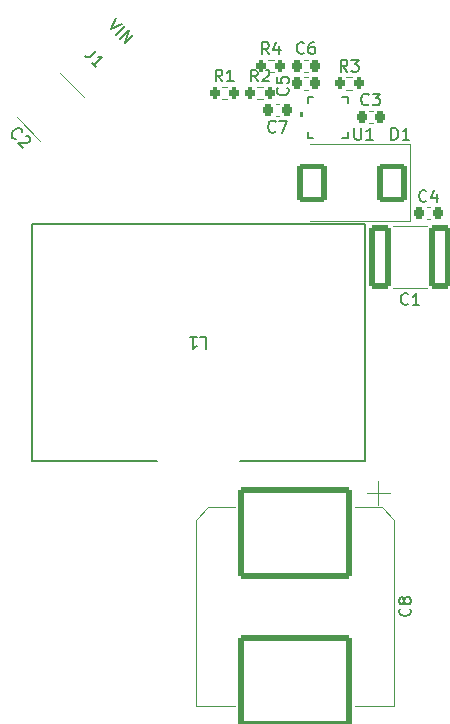
<source format=gto>
G04 #@! TF.GenerationSoftware,KiCad,Pcbnew,8.0.1*
G04 #@! TF.CreationDate,2024-05-01T12:53:58+08:00*
G04 #@! TF.ProjectId,BatteryPod,42617474-6572-4795-906f-642e6b696361,rev?*
G04 #@! TF.SameCoordinates,Original*
G04 #@! TF.FileFunction,Legend,Top*
G04 #@! TF.FilePolarity,Positive*
%FSLAX46Y46*%
G04 Gerber Fmt 4.6, Leading zero omitted, Abs format (unit mm)*
G04 Created by KiCad (PCBNEW 8.0.1) date 2024-05-01 12:53:58*
%MOMM*%
%LPD*%
G01*
G04 APERTURE LIST*
G04 Aperture macros list*
%AMRoundRect*
0 Rectangle with rounded corners*
0 $1 Rounding radius*
0 $2 $3 $4 $5 $6 $7 $8 $9 X,Y pos of 4 corners*
0 Add a 4 corners polygon primitive as box body*
4,1,4,$2,$3,$4,$5,$6,$7,$8,$9,$2,$3,0*
0 Add four circle primitives for the rounded corners*
1,1,$1+$1,$2,$3*
1,1,$1+$1,$4,$5*
1,1,$1+$1,$6,$7*
1,1,$1+$1,$8,$9*
0 Add four rect primitives between the rounded corners*
20,1,$1+$1,$2,$3,$4,$5,0*
20,1,$1+$1,$4,$5,$6,$7,0*
20,1,$1+$1,$6,$7,$8,$9,0*
20,1,$1+$1,$8,$9,$2,$3,0*%
G04 Aperture macros list end*
%ADD10C,0.150000*%
%ADD11C,0.120000*%
%ADD12C,0.152400*%
%ADD13C,0.000000*%
%ADD14RoundRect,0.249998X-4.550002X3.650002X-4.550002X-3.650002X4.550002X-3.650002X4.550002X3.650002X0*%
%ADD15R,0.812800X0.254000*%
%ADD16R,0.254000X0.812800*%
%ADD17R,1.752600X1.752600*%
%ADD18R,5.334000X5.588000*%
%ADD19R,6.350000X5.283200*%
%ADD20RoundRect,0.250000X2.192031X1.272792X1.272792X2.192031X-2.192031X-1.272792X-1.272792X-2.192031X0*%
%ADD21RoundRect,0.250000X-0.650000X-2.450000X0.650000X-2.450000X0.650000X2.450000X-0.650000X2.450000X0*%
%ADD22C,3.900000*%
%ADD23RoundRect,0.250002X2.404160X0.000000X0.000000X2.404160X-2.404160X0.000000X0.000000X-2.404160X0*%
%ADD24RoundRect,0.200000X-0.200000X-0.275000X0.200000X-0.275000X0.200000X0.275000X-0.200000X0.275000X0*%
%ADD25RoundRect,0.200000X0.200000X0.275000X-0.200000X0.275000X-0.200000X-0.275000X0.200000X-0.275000X0*%
%ADD26RoundRect,0.225000X0.225000X0.250000X-0.225000X0.250000X-0.225000X-0.250000X0.225000X-0.250000X0*%
%ADD27RoundRect,0.225000X-0.225000X-0.250000X0.225000X-0.250000X0.225000X0.250000X-0.225000X0.250000X0*%
%ADD28RoundRect,0.250000X-1.000000X1.400000X-1.000000X-1.400000X1.000000X-1.400000X1.000000X1.400000X0*%
G04 APERTURE END LIST*
D10*
X121909580Y-125866666D02*
X121957200Y-125914285D01*
X121957200Y-125914285D02*
X122004819Y-126057142D01*
X122004819Y-126057142D02*
X122004819Y-126152380D01*
X122004819Y-126152380D02*
X121957200Y-126295237D01*
X121957200Y-126295237D02*
X121861961Y-126390475D01*
X121861961Y-126390475D02*
X121766723Y-126438094D01*
X121766723Y-126438094D02*
X121576247Y-126485713D01*
X121576247Y-126485713D02*
X121433390Y-126485713D01*
X121433390Y-126485713D02*
X121242914Y-126438094D01*
X121242914Y-126438094D02*
X121147676Y-126390475D01*
X121147676Y-126390475D02*
X121052438Y-126295237D01*
X121052438Y-126295237D02*
X121004819Y-126152380D01*
X121004819Y-126152380D02*
X121004819Y-126057142D01*
X121004819Y-126057142D02*
X121052438Y-125914285D01*
X121052438Y-125914285D02*
X121100057Y-125866666D01*
X121433390Y-125295237D02*
X121385771Y-125390475D01*
X121385771Y-125390475D02*
X121338152Y-125438094D01*
X121338152Y-125438094D02*
X121242914Y-125485713D01*
X121242914Y-125485713D02*
X121195295Y-125485713D01*
X121195295Y-125485713D02*
X121100057Y-125438094D01*
X121100057Y-125438094D02*
X121052438Y-125390475D01*
X121052438Y-125390475D02*
X121004819Y-125295237D01*
X121004819Y-125295237D02*
X121004819Y-125104761D01*
X121004819Y-125104761D02*
X121052438Y-125009523D01*
X121052438Y-125009523D02*
X121100057Y-124961904D01*
X121100057Y-124961904D02*
X121195295Y-124914285D01*
X121195295Y-124914285D02*
X121242914Y-124914285D01*
X121242914Y-124914285D02*
X121338152Y-124961904D01*
X121338152Y-124961904D02*
X121385771Y-125009523D01*
X121385771Y-125009523D02*
X121433390Y-125104761D01*
X121433390Y-125104761D02*
X121433390Y-125295237D01*
X121433390Y-125295237D02*
X121481009Y-125390475D01*
X121481009Y-125390475D02*
X121528628Y-125438094D01*
X121528628Y-125438094D02*
X121623866Y-125485713D01*
X121623866Y-125485713D02*
X121814342Y-125485713D01*
X121814342Y-125485713D02*
X121909580Y-125438094D01*
X121909580Y-125438094D02*
X121957200Y-125390475D01*
X121957200Y-125390475D02*
X122004819Y-125295237D01*
X122004819Y-125295237D02*
X122004819Y-125104761D01*
X122004819Y-125104761D02*
X121957200Y-125009523D01*
X121957200Y-125009523D02*
X121909580Y-124961904D01*
X121909580Y-124961904D02*
X121814342Y-124914285D01*
X121814342Y-124914285D02*
X121623866Y-124914285D01*
X121623866Y-124914285D02*
X121528628Y-124961904D01*
X121528628Y-124961904D02*
X121481009Y-125009523D01*
X121481009Y-125009523D02*
X121433390Y-125104761D01*
X117238095Y-85154819D02*
X117238095Y-85964342D01*
X117238095Y-85964342D02*
X117285714Y-86059580D01*
X117285714Y-86059580D02*
X117333333Y-86107200D01*
X117333333Y-86107200D02*
X117428571Y-86154819D01*
X117428571Y-86154819D02*
X117619047Y-86154819D01*
X117619047Y-86154819D02*
X117714285Y-86107200D01*
X117714285Y-86107200D02*
X117761904Y-86059580D01*
X117761904Y-86059580D02*
X117809523Y-85964342D01*
X117809523Y-85964342D02*
X117809523Y-85154819D01*
X118809523Y-86154819D02*
X118238095Y-86154819D01*
X118523809Y-86154819D02*
X118523809Y-85154819D01*
X118523809Y-85154819D02*
X118428571Y-85297676D01*
X118428571Y-85297676D02*
X118333333Y-85392914D01*
X118333333Y-85392914D02*
X118238095Y-85440533D01*
X104166666Y-102900181D02*
X104642856Y-102900181D01*
X104642856Y-102900181D02*
X104642856Y-103900181D01*
X103309523Y-102900181D02*
X103880951Y-102900181D01*
X103595237Y-102900181D02*
X103595237Y-103900181D01*
X103595237Y-103900181D02*
X103690475Y-103757324D01*
X103690475Y-103757324D02*
X103785713Y-103662086D01*
X103785713Y-103662086D02*
X103880951Y-103614467D01*
X88546947Y-86117351D02*
X88479603Y-86117351D01*
X88479603Y-86117351D02*
X88344916Y-86050007D01*
X88344916Y-86050007D02*
X88277573Y-85982664D01*
X88277573Y-85982664D02*
X88210229Y-85847977D01*
X88210229Y-85847977D02*
X88210229Y-85713290D01*
X88210229Y-85713290D02*
X88243901Y-85612275D01*
X88243901Y-85612275D02*
X88344916Y-85443916D01*
X88344916Y-85443916D02*
X88445931Y-85342901D01*
X88445931Y-85342901D02*
X88614290Y-85241885D01*
X88614290Y-85241885D02*
X88715305Y-85208214D01*
X88715305Y-85208214D02*
X88849992Y-85208214D01*
X88849992Y-85208214D02*
X88984679Y-85275557D01*
X88984679Y-85275557D02*
X89052023Y-85342901D01*
X89052023Y-85342901D02*
X89119366Y-85477588D01*
X89119366Y-85477588D02*
X89119366Y-85544931D01*
X89388740Y-85814305D02*
X89456084Y-85814305D01*
X89456084Y-85814305D02*
X89557099Y-85847977D01*
X89557099Y-85847977D02*
X89725458Y-86016336D01*
X89725458Y-86016336D02*
X89759130Y-86117351D01*
X89759130Y-86117351D02*
X89759130Y-86184694D01*
X89759130Y-86184694D02*
X89725458Y-86285710D01*
X89725458Y-86285710D02*
X89658114Y-86353053D01*
X89658114Y-86353053D02*
X89523427Y-86420397D01*
X89523427Y-86420397D02*
X88715305Y-86420397D01*
X88715305Y-86420397D02*
X89153038Y-86858129D01*
X121783333Y-100059580D02*
X121735714Y-100107200D01*
X121735714Y-100107200D02*
X121592857Y-100154819D01*
X121592857Y-100154819D02*
X121497619Y-100154819D01*
X121497619Y-100154819D02*
X121354762Y-100107200D01*
X121354762Y-100107200D02*
X121259524Y-100011961D01*
X121259524Y-100011961D02*
X121211905Y-99916723D01*
X121211905Y-99916723D02*
X121164286Y-99726247D01*
X121164286Y-99726247D02*
X121164286Y-99583390D01*
X121164286Y-99583390D02*
X121211905Y-99392914D01*
X121211905Y-99392914D02*
X121259524Y-99297676D01*
X121259524Y-99297676D02*
X121354762Y-99202438D01*
X121354762Y-99202438D02*
X121497619Y-99154819D01*
X121497619Y-99154819D02*
X121592857Y-99154819D01*
X121592857Y-99154819D02*
X121735714Y-99202438D01*
X121735714Y-99202438D02*
X121783333Y-99250057D01*
X122735714Y-100154819D02*
X122164286Y-100154819D01*
X122450000Y-100154819D02*
X122450000Y-99154819D01*
X122450000Y-99154819D02*
X122354762Y-99297676D01*
X122354762Y-99297676D02*
X122259524Y-99392914D01*
X122259524Y-99392914D02*
X122164286Y-99440533D01*
X95392081Y-78621079D02*
X94887005Y-79126155D01*
X94887005Y-79126155D02*
X94752318Y-79193499D01*
X94752318Y-79193499D02*
X94617631Y-79193499D01*
X94617631Y-79193499D02*
X94482944Y-79126155D01*
X94482944Y-79126155D02*
X94415600Y-79058812D01*
X95392081Y-80035293D02*
X94988020Y-79631232D01*
X95190051Y-79833262D02*
X95897158Y-79126155D01*
X95897158Y-79126155D02*
X95728799Y-79159827D01*
X95728799Y-79159827D02*
X95594112Y-79159827D01*
X95594112Y-79159827D02*
X95493097Y-79126155D01*
X97080720Y-75854945D02*
X96609316Y-76797754D01*
X96609316Y-76797754D02*
X97552125Y-76326350D01*
X97080721Y-77269159D02*
X97787827Y-76562052D01*
X97417438Y-77605876D02*
X98124545Y-76898769D01*
X98124545Y-76898769D02*
X97821499Y-78009937D01*
X97821499Y-78009937D02*
X98528606Y-77302830D01*
X109983333Y-78924819D02*
X109650000Y-78448628D01*
X109411905Y-78924819D02*
X109411905Y-77924819D01*
X109411905Y-77924819D02*
X109792857Y-77924819D01*
X109792857Y-77924819D02*
X109888095Y-77972438D01*
X109888095Y-77972438D02*
X109935714Y-78020057D01*
X109935714Y-78020057D02*
X109983333Y-78115295D01*
X109983333Y-78115295D02*
X109983333Y-78258152D01*
X109983333Y-78258152D02*
X109935714Y-78353390D01*
X109935714Y-78353390D02*
X109888095Y-78401009D01*
X109888095Y-78401009D02*
X109792857Y-78448628D01*
X109792857Y-78448628D02*
X109411905Y-78448628D01*
X110840476Y-78258152D02*
X110840476Y-78924819D01*
X110602381Y-77877200D02*
X110364286Y-78591485D01*
X110364286Y-78591485D02*
X110983333Y-78591485D01*
X116633333Y-80404819D02*
X116300000Y-79928628D01*
X116061905Y-80404819D02*
X116061905Y-79404819D01*
X116061905Y-79404819D02*
X116442857Y-79404819D01*
X116442857Y-79404819D02*
X116538095Y-79452438D01*
X116538095Y-79452438D02*
X116585714Y-79500057D01*
X116585714Y-79500057D02*
X116633333Y-79595295D01*
X116633333Y-79595295D02*
X116633333Y-79738152D01*
X116633333Y-79738152D02*
X116585714Y-79833390D01*
X116585714Y-79833390D02*
X116538095Y-79881009D01*
X116538095Y-79881009D02*
X116442857Y-79928628D01*
X116442857Y-79928628D02*
X116061905Y-79928628D01*
X116966667Y-79404819D02*
X117585714Y-79404819D01*
X117585714Y-79404819D02*
X117252381Y-79785771D01*
X117252381Y-79785771D02*
X117395238Y-79785771D01*
X117395238Y-79785771D02*
X117490476Y-79833390D01*
X117490476Y-79833390D02*
X117538095Y-79881009D01*
X117538095Y-79881009D02*
X117585714Y-79976247D01*
X117585714Y-79976247D02*
X117585714Y-80214342D01*
X117585714Y-80214342D02*
X117538095Y-80309580D01*
X117538095Y-80309580D02*
X117490476Y-80357200D01*
X117490476Y-80357200D02*
X117395238Y-80404819D01*
X117395238Y-80404819D02*
X117109524Y-80404819D01*
X117109524Y-80404819D02*
X117014286Y-80357200D01*
X117014286Y-80357200D02*
X116966667Y-80309580D01*
X110558333Y-85464580D02*
X110510714Y-85512200D01*
X110510714Y-85512200D02*
X110367857Y-85559819D01*
X110367857Y-85559819D02*
X110272619Y-85559819D01*
X110272619Y-85559819D02*
X110129762Y-85512200D01*
X110129762Y-85512200D02*
X110034524Y-85416961D01*
X110034524Y-85416961D02*
X109986905Y-85321723D01*
X109986905Y-85321723D02*
X109939286Y-85131247D01*
X109939286Y-85131247D02*
X109939286Y-84988390D01*
X109939286Y-84988390D02*
X109986905Y-84797914D01*
X109986905Y-84797914D02*
X110034524Y-84702676D01*
X110034524Y-84702676D02*
X110129762Y-84607438D01*
X110129762Y-84607438D02*
X110272619Y-84559819D01*
X110272619Y-84559819D02*
X110367857Y-84559819D01*
X110367857Y-84559819D02*
X110510714Y-84607438D01*
X110510714Y-84607438D02*
X110558333Y-84655057D01*
X110891667Y-84559819D02*
X111558333Y-84559819D01*
X111558333Y-84559819D02*
X111129762Y-85559819D01*
X112958333Y-78809580D02*
X112910714Y-78857200D01*
X112910714Y-78857200D02*
X112767857Y-78904819D01*
X112767857Y-78904819D02*
X112672619Y-78904819D01*
X112672619Y-78904819D02*
X112529762Y-78857200D01*
X112529762Y-78857200D02*
X112434524Y-78761961D01*
X112434524Y-78761961D02*
X112386905Y-78666723D01*
X112386905Y-78666723D02*
X112339286Y-78476247D01*
X112339286Y-78476247D02*
X112339286Y-78333390D01*
X112339286Y-78333390D02*
X112386905Y-78142914D01*
X112386905Y-78142914D02*
X112434524Y-78047676D01*
X112434524Y-78047676D02*
X112529762Y-77952438D01*
X112529762Y-77952438D02*
X112672619Y-77904819D01*
X112672619Y-77904819D02*
X112767857Y-77904819D01*
X112767857Y-77904819D02*
X112910714Y-77952438D01*
X112910714Y-77952438D02*
X112958333Y-78000057D01*
X113815476Y-77904819D02*
X113625000Y-77904819D01*
X113625000Y-77904819D02*
X113529762Y-77952438D01*
X113529762Y-77952438D02*
X113482143Y-78000057D01*
X113482143Y-78000057D02*
X113386905Y-78142914D01*
X113386905Y-78142914D02*
X113339286Y-78333390D01*
X113339286Y-78333390D02*
X113339286Y-78714342D01*
X113339286Y-78714342D02*
X113386905Y-78809580D01*
X113386905Y-78809580D02*
X113434524Y-78857200D01*
X113434524Y-78857200D02*
X113529762Y-78904819D01*
X113529762Y-78904819D02*
X113720238Y-78904819D01*
X113720238Y-78904819D02*
X113815476Y-78857200D01*
X113815476Y-78857200D02*
X113863095Y-78809580D01*
X113863095Y-78809580D02*
X113910714Y-78714342D01*
X113910714Y-78714342D02*
X113910714Y-78476247D01*
X113910714Y-78476247D02*
X113863095Y-78381009D01*
X113863095Y-78381009D02*
X113815476Y-78333390D01*
X113815476Y-78333390D02*
X113720238Y-78285771D01*
X113720238Y-78285771D02*
X113529762Y-78285771D01*
X113529762Y-78285771D02*
X113434524Y-78333390D01*
X113434524Y-78333390D02*
X113386905Y-78381009D01*
X113386905Y-78381009D02*
X113339286Y-78476247D01*
X111559580Y-81766666D02*
X111607200Y-81814285D01*
X111607200Y-81814285D02*
X111654819Y-81957142D01*
X111654819Y-81957142D02*
X111654819Y-82052380D01*
X111654819Y-82052380D02*
X111607200Y-82195237D01*
X111607200Y-82195237D02*
X111511961Y-82290475D01*
X111511961Y-82290475D02*
X111416723Y-82338094D01*
X111416723Y-82338094D02*
X111226247Y-82385713D01*
X111226247Y-82385713D02*
X111083390Y-82385713D01*
X111083390Y-82385713D02*
X110892914Y-82338094D01*
X110892914Y-82338094D02*
X110797676Y-82290475D01*
X110797676Y-82290475D02*
X110702438Y-82195237D01*
X110702438Y-82195237D02*
X110654819Y-82052380D01*
X110654819Y-82052380D02*
X110654819Y-81957142D01*
X110654819Y-81957142D02*
X110702438Y-81814285D01*
X110702438Y-81814285D02*
X110750057Y-81766666D01*
X110654819Y-80861904D02*
X110654819Y-81338094D01*
X110654819Y-81338094D02*
X111131009Y-81385713D01*
X111131009Y-81385713D02*
X111083390Y-81338094D01*
X111083390Y-81338094D02*
X111035771Y-81242856D01*
X111035771Y-81242856D02*
X111035771Y-81004761D01*
X111035771Y-81004761D02*
X111083390Y-80909523D01*
X111083390Y-80909523D02*
X111131009Y-80861904D01*
X111131009Y-80861904D02*
X111226247Y-80814285D01*
X111226247Y-80814285D02*
X111464342Y-80814285D01*
X111464342Y-80814285D02*
X111559580Y-80861904D01*
X111559580Y-80861904D02*
X111607200Y-80909523D01*
X111607200Y-80909523D02*
X111654819Y-81004761D01*
X111654819Y-81004761D02*
X111654819Y-81242856D01*
X111654819Y-81242856D02*
X111607200Y-81338094D01*
X111607200Y-81338094D02*
X111559580Y-81385713D01*
X123333333Y-91329580D02*
X123285714Y-91377200D01*
X123285714Y-91377200D02*
X123142857Y-91424819D01*
X123142857Y-91424819D02*
X123047619Y-91424819D01*
X123047619Y-91424819D02*
X122904762Y-91377200D01*
X122904762Y-91377200D02*
X122809524Y-91281961D01*
X122809524Y-91281961D02*
X122761905Y-91186723D01*
X122761905Y-91186723D02*
X122714286Y-90996247D01*
X122714286Y-90996247D02*
X122714286Y-90853390D01*
X122714286Y-90853390D02*
X122761905Y-90662914D01*
X122761905Y-90662914D02*
X122809524Y-90567676D01*
X122809524Y-90567676D02*
X122904762Y-90472438D01*
X122904762Y-90472438D02*
X123047619Y-90424819D01*
X123047619Y-90424819D02*
X123142857Y-90424819D01*
X123142857Y-90424819D02*
X123285714Y-90472438D01*
X123285714Y-90472438D02*
X123333333Y-90520057D01*
X124190476Y-90758152D02*
X124190476Y-91424819D01*
X123952381Y-90377200D02*
X123714286Y-91091485D01*
X123714286Y-91091485D02*
X124333333Y-91091485D01*
X118433333Y-83159580D02*
X118385714Y-83207200D01*
X118385714Y-83207200D02*
X118242857Y-83254819D01*
X118242857Y-83254819D02*
X118147619Y-83254819D01*
X118147619Y-83254819D02*
X118004762Y-83207200D01*
X118004762Y-83207200D02*
X117909524Y-83111961D01*
X117909524Y-83111961D02*
X117861905Y-83016723D01*
X117861905Y-83016723D02*
X117814286Y-82826247D01*
X117814286Y-82826247D02*
X117814286Y-82683390D01*
X117814286Y-82683390D02*
X117861905Y-82492914D01*
X117861905Y-82492914D02*
X117909524Y-82397676D01*
X117909524Y-82397676D02*
X118004762Y-82302438D01*
X118004762Y-82302438D02*
X118147619Y-82254819D01*
X118147619Y-82254819D02*
X118242857Y-82254819D01*
X118242857Y-82254819D02*
X118385714Y-82302438D01*
X118385714Y-82302438D02*
X118433333Y-82350057D01*
X118766667Y-82254819D02*
X119385714Y-82254819D01*
X119385714Y-82254819D02*
X119052381Y-82635771D01*
X119052381Y-82635771D02*
X119195238Y-82635771D01*
X119195238Y-82635771D02*
X119290476Y-82683390D01*
X119290476Y-82683390D02*
X119338095Y-82731009D01*
X119338095Y-82731009D02*
X119385714Y-82826247D01*
X119385714Y-82826247D02*
X119385714Y-83064342D01*
X119385714Y-83064342D02*
X119338095Y-83159580D01*
X119338095Y-83159580D02*
X119290476Y-83207200D01*
X119290476Y-83207200D02*
X119195238Y-83254819D01*
X119195238Y-83254819D02*
X118909524Y-83254819D01*
X118909524Y-83254819D02*
X118814286Y-83207200D01*
X118814286Y-83207200D02*
X118766667Y-83159580D01*
X109058333Y-81224819D02*
X108725000Y-80748628D01*
X108486905Y-81224819D02*
X108486905Y-80224819D01*
X108486905Y-80224819D02*
X108867857Y-80224819D01*
X108867857Y-80224819D02*
X108963095Y-80272438D01*
X108963095Y-80272438D02*
X109010714Y-80320057D01*
X109010714Y-80320057D02*
X109058333Y-80415295D01*
X109058333Y-80415295D02*
X109058333Y-80558152D01*
X109058333Y-80558152D02*
X109010714Y-80653390D01*
X109010714Y-80653390D02*
X108963095Y-80701009D01*
X108963095Y-80701009D02*
X108867857Y-80748628D01*
X108867857Y-80748628D02*
X108486905Y-80748628D01*
X109439286Y-80320057D02*
X109486905Y-80272438D01*
X109486905Y-80272438D02*
X109582143Y-80224819D01*
X109582143Y-80224819D02*
X109820238Y-80224819D01*
X109820238Y-80224819D02*
X109915476Y-80272438D01*
X109915476Y-80272438D02*
X109963095Y-80320057D01*
X109963095Y-80320057D02*
X110010714Y-80415295D01*
X110010714Y-80415295D02*
X110010714Y-80510533D01*
X110010714Y-80510533D02*
X109963095Y-80653390D01*
X109963095Y-80653390D02*
X109391667Y-81224819D01*
X109391667Y-81224819D02*
X110010714Y-81224819D01*
X106058333Y-81224819D02*
X105725000Y-80748628D01*
X105486905Y-81224819D02*
X105486905Y-80224819D01*
X105486905Y-80224819D02*
X105867857Y-80224819D01*
X105867857Y-80224819D02*
X105963095Y-80272438D01*
X105963095Y-80272438D02*
X106010714Y-80320057D01*
X106010714Y-80320057D02*
X106058333Y-80415295D01*
X106058333Y-80415295D02*
X106058333Y-80558152D01*
X106058333Y-80558152D02*
X106010714Y-80653390D01*
X106010714Y-80653390D02*
X105963095Y-80701009D01*
X105963095Y-80701009D02*
X105867857Y-80748628D01*
X105867857Y-80748628D02*
X105486905Y-80748628D01*
X107010714Y-81224819D02*
X106439286Y-81224819D01*
X106725000Y-81224819D02*
X106725000Y-80224819D01*
X106725000Y-80224819D02*
X106629762Y-80367676D01*
X106629762Y-80367676D02*
X106534524Y-80462914D01*
X106534524Y-80462914D02*
X106439286Y-80510533D01*
X120361905Y-86154819D02*
X120361905Y-85154819D01*
X120361905Y-85154819D02*
X120600000Y-85154819D01*
X120600000Y-85154819D02*
X120742857Y-85202438D01*
X120742857Y-85202438D02*
X120838095Y-85297676D01*
X120838095Y-85297676D02*
X120885714Y-85392914D01*
X120885714Y-85392914D02*
X120933333Y-85583390D01*
X120933333Y-85583390D02*
X120933333Y-85726247D01*
X120933333Y-85726247D02*
X120885714Y-85916723D01*
X120885714Y-85916723D02*
X120838095Y-86011961D01*
X120838095Y-86011961D02*
X120742857Y-86107200D01*
X120742857Y-86107200D02*
X120600000Y-86154819D01*
X120600000Y-86154819D02*
X120361905Y-86154819D01*
X121885714Y-86154819D02*
X121314286Y-86154819D01*
X121600000Y-86154819D02*
X121600000Y-85154819D01*
X121600000Y-85154819D02*
X121504762Y-85297676D01*
X121504762Y-85297676D02*
X121409524Y-85392914D01*
X121409524Y-85392914D02*
X121314286Y-85440533D01*
D11*
X119260000Y-115050000D02*
X119260000Y-117050000D01*
X120260000Y-116050000D02*
X118260000Y-116050000D01*
X119545563Y-117290000D02*
X117260000Y-117290000D01*
X119545563Y-117290000D02*
X120610000Y-118354437D01*
X104854437Y-117290000D02*
X107140000Y-117290000D01*
X104854437Y-117290000D02*
X103790000Y-118354437D01*
X120610000Y-118354437D02*
X120610000Y-134110000D01*
X103790000Y-118354437D02*
X103790000Y-134110000D01*
X120610000Y-134110000D02*
X117260000Y-134110000D01*
X103790000Y-134110000D02*
X107140000Y-134110000D01*
D12*
X116678600Y-85978600D02*
X116678600Y-85486729D01*
X116678600Y-83066871D02*
X116678600Y-82575000D01*
X116678600Y-82575000D02*
X116186729Y-82575000D01*
X116186729Y-85978600D02*
X116678600Y-85978600D01*
X113766871Y-82575000D02*
X113275000Y-82575000D01*
X113275000Y-85978600D02*
X113766871Y-85978600D01*
X113275000Y-85486729D02*
X113275000Y-85978600D01*
X113275000Y-82575000D02*
X113275000Y-83066871D01*
D13*
G36*
X112843200Y-84217237D02*
G01*
X112589200Y-84217237D01*
X112589200Y-83836237D01*
X112843200Y-83836237D01*
X112843200Y-84217237D01*
G37*
D12*
X118097000Y-113388001D02*
X118097000Y-93322001D01*
X118097000Y-93322001D02*
X89903000Y-93322001D01*
X107507740Y-113388001D02*
X118097000Y-113388001D01*
X89903000Y-113388001D02*
X100492260Y-113388001D01*
X89903000Y-93322001D02*
X89903000Y-113388001D01*
D11*
X90655536Y-86246634D02*
X88653366Y-84244464D01*
X94346634Y-82555536D02*
X92344464Y-80553366D01*
X120534252Y-93490000D02*
X123365748Y-93490000D01*
X120534252Y-98710000D02*
X123365748Y-98710000D01*
X109912742Y-79377500D02*
X110387258Y-79377500D01*
X109912742Y-80422500D02*
X110387258Y-80422500D01*
X117037258Y-81922500D02*
X116562742Y-81922500D01*
X117037258Y-80877500D02*
X116562742Y-80877500D01*
X110865580Y-83165000D02*
X110584420Y-83165000D01*
X110865580Y-84185000D02*
X110584420Y-84185000D01*
X113265580Y-80410000D02*
X112984420Y-80410000D01*
X113265580Y-79390000D02*
X112984420Y-79390000D01*
X113265580Y-81910000D02*
X112984420Y-81910000D01*
X113265580Y-80890000D02*
X112984420Y-80890000D01*
X123359420Y-91890000D02*
X123640580Y-91890000D01*
X123359420Y-92910000D02*
X123640580Y-92910000D01*
X118790580Y-84710000D02*
X118509420Y-84710000D01*
X118790580Y-83690000D02*
X118509420Y-83690000D01*
X108987742Y-81677500D02*
X109462258Y-81677500D01*
X108987742Y-82722500D02*
X109462258Y-82722500D01*
X105987742Y-81677500D02*
X106462258Y-81677500D01*
X105987742Y-82722500D02*
X106462258Y-82722500D01*
X121960000Y-93050000D02*
X113450000Y-93050000D01*
X121960000Y-86550000D02*
X121960000Y-93050000D01*
X121960000Y-86550000D02*
X113450000Y-86550000D01*
%LPC*%
D14*
X112200000Y-119450000D03*
X112200000Y-131950000D03*
D15*
X116450000Y-85026989D03*
X116450000Y-84526863D03*
X116450000Y-84026737D03*
X116450000Y-83526611D03*
D16*
X115726989Y-82803600D03*
X115226863Y-82803600D03*
X114726737Y-82803600D03*
X114226611Y-82803600D03*
D15*
X113503600Y-83526611D03*
X113503600Y-84026737D03*
X113503600Y-84526863D03*
X113503600Y-85026989D03*
D16*
X114226611Y-85750000D03*
X114726737Y-85750000D03*
X115226863Y-85750000D03*
X115726989Y-85750000D03*
D17*
X114976800Y-84276800D03*
D18*
X109215001Y-89000000D03*
X98785002Y-89000000D03*
D19*
X104000000Y-111075001D03*
D20*
X93303122Y-85203122D03*
X89696878Y-81596878D03*
D21*
X119400000Y-96100000D03*
X124500000Y-96100000D03*
D22*
X92484567Y-76484567D03*
D23*
X98000000Y-82000000D03*
D24*
X109325000Y-79900000D03*
X110975000Y-79900000D03*
D25*
X117625000Y-81400000D03*
X115975000Y-81400000D03*
D26*
X109950000Y-83675000D03*
X111500000Y-83675000D03*
X113900000Y-79900000D03*
X112350000Y-79900000D03*
X113900000Y-81400000D03*
X112350000Y-81400000D03*
D27*
X122725000Y-92400000D03*
X124275000Y-92400000D03*
D26*
X119425000Y-84200000D03*
X117875000Y-84200000D03*
D24*
X108400000Y-82200000D03*
X110050000Y-82200000D03*
X105400000Y-82200000D03*
X107050000Y-82200000D03*
D28*
X120450000Y-89800000D03*
X113650000Y-89800000D03*
%LPD*%
M02*

</source>
